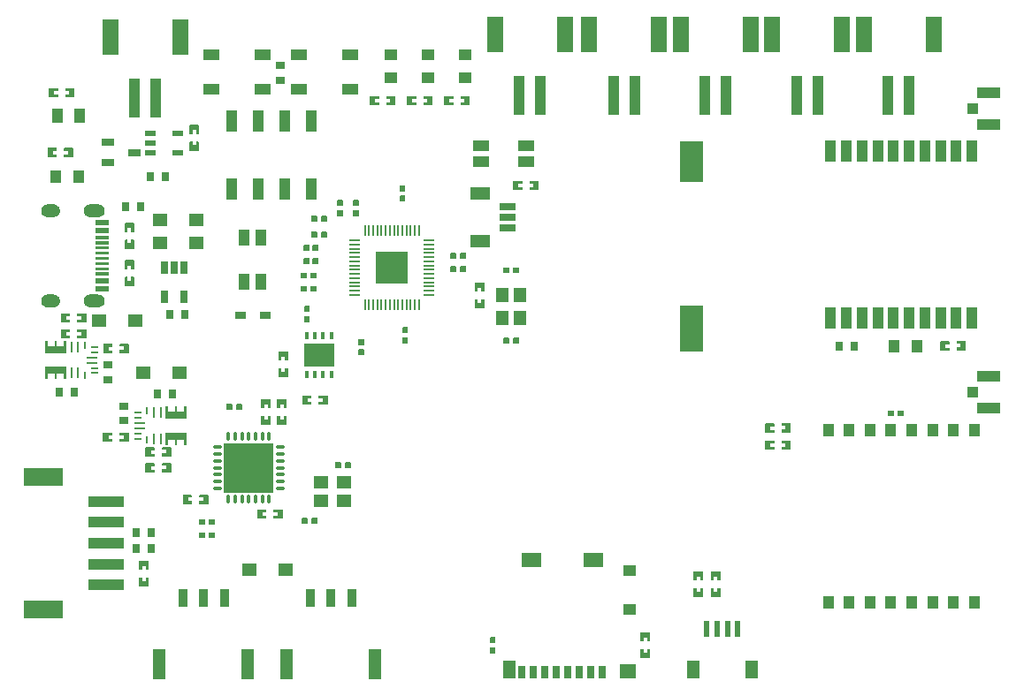
<source format=gtp>
G04 Layer: TopPasteMaskLayer*
G04 EasyEDA v6.5.44, 2024-09-11 13:33:57*
G04 d97fa038366940f8a7afa66022820b17,998d2601f2934e99b29d4200b4e4a5d6,10*
G04 Gerber Generator version 0.2*
G04 Scale: 100 percent, Rotated: No, Reflected: No *
G04 Dimensions in inches *
G04 leading zeros omitted , absolute positions ,3 integer and 6 decimal *
%FSLAX36Y36*%
%MOIN*%

%AMMACRO1*21,1,$1,$2,0,0,$3*%
%AMMACRO2*4,1,12,-0.0384,0.0217,-0.0384,-0.0217,0.0384,-0.0217,0.0384,0.0217,0.0285,0.0217,0.0285,0.002,0.0049,0.002,0.0049,0.0217,-0.0049,0.0217,-0.0049,0.002,-0.0285,0.002,-0.0285,0.0217,-0.0384,0.0217,0*%
%AMMACRO3*4,1,12,-0.0384,-0.0217,-0.0384,0.0217,0.0384,0.0217,0.0384,-0.0217,0.0285,-0.0217,0.0285,-0.002,0.0049,-0.002,0.0049,-0.0217,-0.0049,-0.0217,-0.0049,-0.002,-0.0285,-0.002,-0.0285,-0.0217,-0.0384,-0.0217,0*%
%AMMACRO4*4,1,12,0.0384,-0.0217,0.0384,0.0217,-0.0384,0.0217,-0.0384,-0.0217,-0.0285,-0.0217,-0.0285,-0.002,-0.0049,-0.002,-0.0049,-0.0217,0.0049,-0.0217,0.0049,-0.002,0.0285,-0.002,0.0285,-0.0217,0.0384,-0.0217,0*%
%AMMACRO5*4,1,12,0.0384,0.0217,0.0384,-0.0217,-0.0384,-0.0217,-0.0384,0.0217,-0.0285,0.0217,-0.0285,0.002,-0.0049,0.002,-0.0049,0.0217,0.0049,0.0217,0.0049,0.002,0.0285,0.002,0.0285,0.0217,0.0384,0.0217,0*%
%ADD10R,0.0354X0.0315*%
%ADD11R,0.0591X0.0394*%
%ADD12R,0.0394X0.0591*%
%ADD13R,0.0315X0.0354*%
%ADD14R,0.0551X0.0472*%
%ADD15R,0.1378X0.0394*%
%ADD16R,0.1457X0.0709*%
%ADD17MACRO1,0.0472X0.0551X90.0000*%
%ADD18MACRO1,0.0472X0.0551X-90.0000*%
%ADD19MACRO2*%
%ADD20MACRO3*%
%ADD21R,0.0276X0.0098*%
%ADD22R,0.0433X0.0098*%
%ADD23R,0.0098X0.0276*%
%ADD24R,0.0098X0.0433*%
%ADD25R,0.0098X0.0315*%
%ADD26MACRO1,0.0472X0.0709X90.0000*%
%ADD27MACRO1,0.0236X0.0591X90.0000*%
%ADD28R,0.0394X0.1496*%
%ADD29R,0.0591X0.1339*%
%ADD30R,0.0906X0.1575*%
%ADD31R,0.0906X0.1732*%
%ADD32R,0.0453X0.0276*%
%ADD33MACRO4*%
%ADD34MACRO5*%
%ADD35R,0.0236X0.0610*%
%ADD36R,0.0472X0.0709*%
%ADD37R,0.0354X0.0669*%
%ADD38R,0.0512X0.1181*%
%ADD39R,0.0433X0.0787*%
%ADD40R,0.0157X0.0315*%
%ADD41R,0.1181X0.0906*%
%ADD42R,0.0079X0.0433*%
%ADD43R,0.0433X0.0079*%
%ADD44R,0.1220X0.1220*%
%ADD45R,0.0472X0.0551*%
%ADD46MACRO1,0.0472X0.0551X0.0000*%
%ADD47R,0.0394X0.0295*%
%ADD48O,0.014331X0.033346*%
%ADD49O,0.033346X0.014331*%
%ADD50MACRO1,0.185X0.185X-90.0000*%
%ADD51R,0.0394X0.0492*%
%ADD52R,0.0866X0.0433*%
%ADD53R,0.0413X0.0394*%
%ADD54R,0.0394X0.0787*%
%ADD55R,0.0433X0.0472*%
%ADD56R,0.0492X0.0394*%
%ADD57MACRO1,0.059X0.0393X0.0000*%
%ADD58MACRO1,0.0591X0.0393X0.0000*%
%ADD59R,0.0610X0.0532*%
%ADD60R,0.0461X0.0709*%
%ADD61R,0.0748X0.0532*%
%ADD62R,0.0472X0.0394*%
%ADD63R,0.0276X0.0472*%
%ADD64MACRO1,0.0245X0.0435X0.0000*%
%ADD65R,0.0394X0.0236*%
%ADD66MACRO1,0.0394X0.0551X0.0000*%
%ADD67R,0.0394X0.0551*%
%ADD68R,0.0139X0.0551*%

%LPD*%
G36*
X899260Y1059020D02*
G01*
X897280Y1057040D01*
X897280Y1025560D01*
X899260Y1023580D01*
X908220Y1023580D01*
X908220Y1038160D01*
X921220Y1038160D01*
X921220Y1023580D01*
X930740Y1023580D01*
X932720Y1025560D01*
X932720Y1057040D01*
X930740Y1059020D01*
G37*
G36*
X899260Y996020D02*
G01*
X897280Y994060D01*
X897280Y962960D01*
X899260Y960980D01*
X930740Y960980D01*
X932720Y962960D01*
X932720Y994060D01*
X930740Y996020D01*
X921220Y996020D01*
X921220Y981060D01*
X908220Y981060D01*
X908220Y996020D01*
G37*
G36*
X665560Y697720D02*
G01*
X663580Y695740D01*
X663580Y686780D01*
X678160Y686780D01*
X678160Y673780D01*
X663580Y673780D01*
X663580Y664260D01*
X665560Y662280D01*
X697039Y662280D01*
X699020Y664260D01*
X699020Y695740D01*
X697039Y697720D01*
G37*
G36*
X602960Y697720D02*
G01*
X600980Y695740D01*
X600980Y664260D01*
X602960Y662280D01*
X634060Y662280D01*
X636020Y664260D01*
X636020Y673780D01*
X621060Y673780D01*
X621060Y686780D01*
X636020Y686780D01*
X636020Y695740D01*
X634060Y697720D01*
G37*
G36*
X959260Y1059020D02*
G01*
X957280Y1057040D01*
X957280Y1025560D01*
X959260Y1023580D01*
X968220Y1023580D01*
X968220Y1038160D01*
X981220Y1038160D01*
X981220Y1023580D01*
X990740Y1023580D01*
X992720Y1025560D01*
X992720Y1057040D01*
X990740Y1059020D01*
G37*
G36*
X959260Y996020D02*
G01*
X957280Y994060D01*
X957280Y962960D01*
X959260Y960980D01*
X990740Y960980D01*
X992720Y962960D01*
X992720Y994060D01*
X990740Y996020D01*
X981220Y996020D01*
X981220Y981060D01*
X968220Y981060D01*
X968220Y996020D01*
G37*
G36*
X1052960Y1072720D02*
G01*
X1050980Y1070740D01*
X1050980Y1039260D01*
X1052960Y1037280D01*
X1084440Y1037280D01*
X1086420Y1039260D01*
X1086420Y1048220D01*
X1071860Y1048220D01*
X1071860Y1061220D01*
X1086420Y1061220D01*
X1086420Y1070740D01*
X1084440Y1072720D01*
G37*
G36*
X1115560Y1072720D02*
G01*
X1113580Y1070740D01*
X1113580Y1061780D01*
X1128140Y1061780D01*
X1128140Y1048780D01*
X1113580Y1048780D01*
X1113580Y1039260D01*
X1115560Y1037280D01*
X1147040Y1037280D01*
X1149020Y1039260D01*
X1149020Y1070740D01*
X1147040Y1072720D01*
G37*
G36*
X2797960Y967720D02*
G01*
X2795980Y965740D01*
X2795980Y934260D01*
X2797960Y932280D01*
X2829440Y932280D01*
X2831420Y934260D01*
X2831420Y943220D01*
X2816860Y943220D01*
X2816860Y956220D01*
X2831420Y956220D01*
X2831420Y965740D01*
X2829440Y967720D01*
G37*
G36*
X2860560Y967720D02*
G01*
X2858580Y965740D01*
X2858580Y956780D01*
X2873140Y956780D01*
X2873140Y943780D01*
X2858580Y943780D01*
X2858580Y934260D01*
X2860560Y932280D01*
X2892040Y932280D01*
X2894020Y934260D01*
X2894020Y965740D01*
X2892040Y967720D01*
G37*
G36*
X2797960Y902720D02*
G01*
X2795980Y900740D01*
X2795980Y869260D01*
X2797960Y867280D01*
X2829440Y867280D01*
X2831420Y869260D01*
X2831420Y878220D01*
X2816860Y878220D01*
X2816860Y891220D01*
X2831420Y891220D01*
X2831420Y900740D01*
X2829440Y902720D01*
G37*
G36*
X2860560Y902720D02*
G01*
X2858580Y900740D01*
X2858580Y891780D01*
X2873140Y891780D01*
X2873140Y878780D01*
X2858580Y878780D01*
X2858580Y869260D01*
X2860560Y867280D01*
X2892040Y867280D01*
X2894020Y869260D01*
X2894020Y900740D01*
X2892040Y902720D01*
G37*
G36*
X804840Y1040819D02*
G01*
X802080Y1038860D01*
X802080Y1021140D01*
X804840Y1019180D01*
X823740Y1019180D01*
X825699Y1021140D01*
X825699Y1038860D01*
X823740Y1040819D01*
G37*
G36*
X766260Y1040819D02*
G01*
X764300Y1038860D01*
X764300Y1021140D01*
X766260Y1019180D01*
X785160Y1019180D01*
X787920Y1021140D01*
X787920Y1038860D01*
X785160Y1040819D01*
G37*
G36*
X702860Y605960D02*
G01*
X700100Y604000D01*
X700100Y586280D01*
X702860Y584320D01*
X721740Y584320D01*
X723720Y586280D01*
X723720Y604000D01*
X721740Y605960D01*
G37*
G36*
X664260Y605960D02*
G01*
X662300Y604000D01*
X662300Y586280D01*
X664260Y584320D01*
X683160Y584320D01*
X685920Y586280D01*
X685920Y604000D01*
X683160Y605960D01*
G37*
G36*
X702860Y555960D02*
G01*
X700100Y554000D01*
X700100Y536280D01*
X702860Y534320D01*
X721740Y534320D01*
X723720Y536280D01*
X723720Y554000D01*
X721740Y555960D01*
G37*
G36*
X664260Y555960D02*
G01*
X662300Y554000D01*
X662300Y536280D01*
X664260Y534320D01*
X683160Y534320D01*
X685920Y536280D01*
X685920Y554000D01*
X683160Y555960D01*
G37*
G36*
X1176260Y820819D02*
G01*
X1174300Y818860D01*
X1174300Y801140D01*
X1176260Y799180D01*
X1195160Y799180D01*
X1197920Y801140D01*
X1197920Y818860D01*
X1195160Y820819D01*
G37*
G36*
X1214840Y820819D02*
G01*
X1212080Y818860D01*
X1212080Y801140D01*
X1214840Y799180D01*
X1233740Y799180D01*
X1235700Y801140D01*
X1235700Y818860D01*
X1233740Y820819D01*
G37*
G36*
X1051260Y610820D02*
G01*
X1049300Y608860D01*
X1049300Y591140D01*
X1051260Y589180D01*
X1070160Y589180D01*
X1072920Y591140D01*
X1072920Y608860D01*
X1070160Y610820D01*
G37*
G36*
X1089840Y610820D02*
G01*
X1087080Y608860D01*
X1087080Y591140D01*
X1089840Y589180D01*
X1108740Y589180D01*
X1110700Y591140D01*
X1110700Y608860D01*
X1108740Y610820D01*
G37*
G36*
X882960Y642720D02*
G01*
X880980Y640740D01*
X880980Y609260D01*
X882960Y607280D01*
X914440Y607280D01*
X916420Y609260D01*
X916420Y618220D01*
X901860Y618220D01*
X901860Y631220D01*
X916420Y631220D01*
X916420Y640740D01*
X914440Y642720D01*
G37*
G36*
X945560Y642720D02*
G01*
X943580Y640740D01*
X943580Y631780D01*
X958139Y631780D01*
X958139Y618780D01*
X943580Y618780D01*
X943580Y609260D01*
X945560Y607280D01*
X977039Y607280D01*
X979020Y609260D01*
X979020Y640740D01*
X977039Y642720D01*
G37*
G36*
X439260Y386420D02*
G01*
X437280Y384440D01*
X437280Y352960D01*
X439260Y350980D01*
X470740Y350980D01*
X472720Y352960D01*
X472720Y384440D01*
X470740Y386420D01*
X461780Y386420D01*
X461780Y371840D01*
X448780Y371840D01*
X448780Y386420D01*
G37*
G36*
X439260Y449020D02*
G01*
X437280Y447040D01*
X437280Y415560D01*
X439260Y413579D01*
X448220Y413579D01*
X448220Y428160D01*
X461220Y428160D01*
X461220Y413579D01*
X470740Y413579D01*
X472720Y415560D01*
X472720Y447040D01*
X470740Y449020D01*
G37*
G36*
X462660Y877720D02*
G01*
X460680Y875740D01*
X460680Y844260D01*
X462660Y842280D01*
X494140Y842280D01*
X496120Y844260D01*
X496120Y853220D01*
X481560Y853220D01*
X481560Y866220D01*
X496120Y866220D01*
X496120Y875740D01*
X494140Y877720D01*
G37*
G36*
X525260Y877720D02*
G01*
X523280Y875740D01*
X523280Y866780D01*
X537860Y866780D01*
X537860Y853780D01*
X523280Y853780D01*
X523280Y844260D01*
X525260Y842280D01*
X556760Y842280D01*
X558720Y844260D01*
X558720Y875740D01*
X556760Y877720D01*
G37*
G36*
X365260Y932720D02*
G01*
X363280Y930740D01*
X363280Y921780D01*
X377860Y921780D01*
X377860Y908780D01*
X363280Y908780D01*
X363280Y899260D01*
X365260Y897280D01*
X396760Y897280D01*
X398720Y899260D01*
X398720Y930740D01*
X396760Y932720D01*
G37*
G36*
X302660Y932720D02*
G01*
X300680Y930740D01*
X300680Y899260D01*
X302660Y897280D01*
X334140Y897280D01*
X336120Y899260D01*
X336120Y908220D01*
X321560Y908220D01*
X321560Y921220D01*
X336120Y921220D01*
X336120Y930740D01*
X334140Y932720D01*
G37*
G36*
X462660Y817720D02*
G01*
X460680Y815740D01*
X460680Y784260D01*
X462660Y782280D01*
X494140Y782280D01*
X496120Y784260D01*
X496120Y793220D01*
X481560Y793220D01*
X481560Y806220D01*
X496120Y806220D01*
X496120Y815740D01*
X494140Y817720D01*
G37*
G36*
X525260Y817720D02*
G01*
X523280Y815740D01*
X523280Y806780D01*
X537860Y806780D01*
X537860Y793780D01*
X523280Y793780D01*
X523280Y784260D01*
X525260Y782280D01*
X556760Y782280D01*
X558720Y784260D01*
X558720Y815740D01*
X556760Y817720D01*
G37*
G36*
X2594260Y346420D02*
G01*
X2592280Y344440D01*
X2592280Y312960D01*
X2594260Y310980D01*
X2625740Y310980D01*
X2627720Y312960D01*
X2627720Y344440D01*
X2625740Y346420D01*
X2616780Y346420D01*
X2616780Y331840D01*
X2603780Y331840D01*
X2603780Y346420D01*
G37*
G36*
X2594260Y409020D02*
G01*
X2592280Y407040D01*
X2592280Y375940D01*
X2594260Y373980D01*
X2603780Y373980D01*
X2603780Y388940D01*
X2616780Y388940D01*
X2616780Y373980D01*
X2625740Y373980D01*
X2627720Y375940D01*
X2627720Y407040D01*
X2625740Y409020D01*
G37*
G36*
X2529260Y346420D02*
G01*
X2527280Y344440D01*
X2527280Y312960D01*
X2529260Y310980D01*
X2560740Y310980D01*
X2562720Y312960D01*
X2562720Y344440D01*
X2560740Y346420D01*
X2551780Y346420D01*
X2551780Y331840D01*
X2538780Y331840D01*
X2538780Y346420D01*
G37*
G36*
X2529260Y409020D02*
G01*
X2527280Y407040D01*
X2527280Y375940D01*
X2529260Y373980D01*
X2538780Y373980D01*
X2538780Y388940D01*
X2551780Y388940D01*
X2551780Y373980D01*
X2560740Y373980D01*
X2562720Y375940D01*
X2562720Y407040D01*
X2560740Y409020D01*
G37*
G36*
X205560Y1322720D02*
G01*
X203580Y1320740D01*
X203580Y1311780D01*
X218160Y1311780D01*
X218160Y1298779D01*
X203580Y1298779D01*
X203580Y1289259D01*
X205560Y1287280D01*
X237040Y1287280D01*
X239020Y1289259D01*
X239020Y1320740D01*
X237040Y1322720D01*
G37*
G36*
X142960Y1322720D02*
G01*
X140980Y1320740D01*
X140980Y1289259D01*
X142960Y1287280D01*
X174440Y1287280D01*
X176420Y1289259D01*
X176420Y1298220D01*
X161840Y1298220D01*
X161840Y1311220D01*
X176420Y1311220D01*
X176420Y1320740D01*
X174440Y1322720D01*
G37*
G36*
X205560Y1382720D02*
G01*
X203580Y1380740D01*
X203580Y1371780D01*
X218160Y1371780D01*
X218160Y1358779D01*
X203580Y1358779D01*
X203580Y1349259D01*
X205560Y1347280D01*
X237040Y1347280D01*
X239020Y1349259D01*
X239020Y1380740D01*
X237040Y1382720D01*
G37*
G36*
X142960Y1382720D02*
G01*
X140980Y1380740D01*
X140980Y1349259D01*
X142960Y1347280D01*
X174440Y1347280D01*
X176420Y1349259D01*
X176420Y1358220D01*
X161840Y1358220D01*
X161840Y1371220D01*
X176420Y1371220D01*
X176420Y1380740D01*
X174440Y1382720D01*
G37*
G36*
X302960Y1267720D02*
G01*
X300980Y1265740D01*
X300980Y1234260D01*
X302960Y1232280D01*
X334440Y1232280D01*
X336420Y1234260D01*
X336420Y1243220D01*
X321840Y1243220D01*
X321840Y1256220D01*
X336420Y1256220D01*
X336420Y1265740D01*
X334440Y1267720D01*
G37*
G36*
X365560Y1267720D02*
G01*
X363579Y1265740D01*
X363579Y1256780D01*
X378160Y1256780D01*
X378160Y1243780D01*
X363579Y1243780D01*
X363579Y1234260D01*
X365560Y1232280D01*
X397040Y1232280D01*
X399020Y1234260D01*
X399020Y1265740D01*
X397040Y1267720D01*
G37*
G36*
X3457960Y1277720D02*
G01*
X3455980Y1275740D01*
X3455980Y1244260D01*
X3457960Y1242280D01*
X3489440Y1242280D01*
X3491420Y1244260D01*
X3491420Y1253220D01*
X3476860Y1253220D01*
X3476860Y1266220D01*
X3491420Y1266220D01*
X3491420Y1275740D01*
X3489440Y1277720D01*
G37*
G36*
X3520560Y1277720D02*
G01*
X3518580Y1275740D01*
X3518580Y1266780D01*
X3533140Y1266780D01*
X3533140Y1253780D01*
X3518580Y1253780D01*
X3518580Y1244260D01*
X3520560Y1242280D01*
X3552040Y1242280D01*
X3554020Y1244260D01*
X3554020Y1275740D01*
X3552040Y1277720D01*
G37*
G36*
X2329260Y179020D02*
G01*
X2327280Y177040D01*
X2327280Y145560D01*
X2329260Y143580D01*
X2338220Y143580D01*
X2338220Y158160D01*
X2351220Y158160D01*
X2351220Y143580D01*
X2360740Y143580D01*
X2362720Y145560D01*
X2362720Y177040D01*
X2360740Y179020D01*
G37*
G36*
X2329260Y116420D02*
G01*
X2327280Y114440D01*
X2327280Y82960D01*
X2329260Y80980D01*
X2360740Y80980D01*
X2362720Y82960D01*
X2362720Y114440D01*
X2360740Y116420D01*
X2351780Y116420D01*
X2351780Y101840D01*
X2338780Y101840D01*
X2338780Y116420D01*
G37*
G36*
X1910560Y1882720D02*
G01*
X1908580Y1880740D01*
X1908580Y1871780D01*
X1923140Y1871780D01*
X1923140Y1858779D01*
X1908580Y1858779D01*
X1908580Y1849259D01*
X1910560Y1847280D01*
X1942040Y1847280D01*
X1944019Y1849259D01*
X1944019Y1880740D01*
X1942040Y1882720D01*
G37*
G36*
X1847960Y1882720D02*
G01*
X1845980Y1880740D01*
X1845980Y1849259D01*
X1847960Y1847280D01*
X1879440Y1847280D01*
X1881420Y1849259D01*
X1881420Y1858220D01*
X1866860Y1858220D01*
X1866860Y1871220D01*
X1881420Y1871220D01*
X1881420Y1880740D01*
X1879440Y1882720D01*
G37*
G36*
X1704259Y1499019D02*
G01*
X1702280Y1497040D01*
X1702280Y1465560D01*
X1704259Y1463580D01*
X1713220Y1463580D01*
X1713220Y1478160D01*
X1726220Y1478160D01*
X1726220Y1463580D01*
X1735740Y1463580D01*
X1737720Y1465560D01*
X1737720Y1497040D01*
X1735740Y1499019D01*
G37*
G36*
X1704259Y1436420D02*
G01*
X1702280Y1434440D01*
X1702280Y1402960D01*
X1704259Y1400980D01*
X1735740Y1400980D01*
X1737720Y1402960D01*
X1737720Y1434440D01*
X1735740Y1436420D01*
X1726780Y1436420D01*
X1726780Y1421840D01*
X1713779Y1421840D01*
X1713779Y1436420D01*
G37*
G36*
X1046260Y1485820D02*
G01*
X1044300Y1483860D01*
X1044300Y1466140D01*
X1046260Y1464180D01*
X1065160Y1464180D01*
X1067920Y1466140D01*
X1067920Y1483860D01*
X1065160Y1485820D01*
G37*
G36*
X1084840Y1485820D02*
G01*
X1082080Y1483860D01*
X1082080Y1466140D01*
X1084840Y1464180D01*
X1103740Y1464180D01*
X1105700Y1466140D01*
X1105700Y1483860D01*
X1103740Y1485820D01*
G37*
G36*
X1649840Y1610820D02*
G01*
X1647080Y1608860D01*
X1647080Y1591140D01*
X1649840Y1589180D01*
X1668740Y1589180D01*
X1670700Y1591140D01*
X1670700Y1608860D01*
X1668740Y1610820D01*
G37*
G36*
X1611260Y1610820D02*
G01*
X1609300Y1608860D01*
X1609300Y1591140D01*
X1611260Y1589180D01*
X1630160Y1589180D01*
X1632920Y1591140D01*
X1632920Y1608860D01*
X1630160Y1610820D01*
G37*
G36*
X1086260Y1690820D02*
G01*
X1084300Y1688860D01*
X1084300Y1671140D01*
X1086260Y1669180D01*
X1105160Y1669180D01*
X1107920Y1671140D01*
X1107920Y1688860D01*
X1105160Y1690820D01*
G37*
G36*
X1124840Y1690820D02*
G01*
X1122080Y1688860D01*
X1122080Y1671140D01*
X1124840Y1669180D01*
X1143740Y1669180D01*
X1145700Y1671140D01*
X1145700Y1688860D01*
X1143740Y1690820D01*
G37*
G36*
X1046260Y1535820D02*
G01*
X1044300Y1533860D01*
X1044300Y1516140D01*
X1046260Y1514180D01*
X1065160Y1514180D01*
X1067920Y1516140D01*
X1067920Y1533860D01*
X1065160Y1535820D01*
G37*
G36*
X1084840Y1535820D02*
G01*
X1082080Y1533860D01*
X1082080Y1516140D01*
X1084840Y1514180D01*
X1103740Y1514180D01*
X1105700Y1516140D01*
X1105700Y1533860D01*
X1103740Y1535820D01*
G37*
G36*
X1086260Y1750820D02*
G01*
X1084300Y1748860D01*
X1084300Y1731140D01*
X1086260Y1729180D01*
X1105160Y1729180D01*
X1107920Y1731140D01*
X1107920Y1748860D01*
X1105160Y1750820D01*
G37*
G36*
X1124840Y1750820D02*
G01*
X1122080Y1748860D01*
X1122080Y1731140D01*
X1124840Y1729180D01*
X1143740Y1729180D01*
X1145700Y1731140D01*
X1145700Y1748860D01*
X1143740Y1750820D01*
G37*
G36*
X1266140Y1247920D02*
G01*
X1264180Y1245160D01*
X1264180Y1226260D01*
X1266140Y1224300D01*
X1283860Y1224300D01*
X1285820Y1226260D01*
X1285820Y1245160D01*
X1283860Y1247920D01*
G37*
G36*
X1266140Y1285700D02*
G01*
X1264180Y1283740D01*
X1264180Y1264840D01*
X1266140Y1262080D01*
X1283860Y1262080D01*
X1285820Y1264840D01*
X1285820Y1283740D01*
X1283860Y1285700D01*
G37*
G36*
X1431140Y1292920D02*
G01*
X1429180Y1290160D01*
X1429180Y1271260D01*
X1431140Y1269300D01*
X1448860Y1269300D01*
X1450820Y1271260D01*
X1450820Y1290160D01*
X1448860Y1292920D01*
G37*
G36*
X1431140Y1330700D02*
G01*
X1429180Y1328740D01*
X1429180Y1309840D01*
X1431140Y1307080D01*
X1448860Y1307080D01*
X1450820Y1309840D01*
X1450820Y1328740D01*
X1448860Y1330700D01*
G37*
G36*
X1649840Y1560820D02*
G01*
X1647080Y1558860D01*
X1647080Y1541140D01*
X1649840Y1539180D01*
X1668740Y1539180D01*
X1670700Y1541140D01*
X1670700Y1558860D01*
X1668740Y1560820D01*
G37*
G36*
X1611260Y1560820D02*
G01*
X1609300Y1558860D01*
X1609300Y1541140D01*
X1611260Y1539180D01*
X1630160Y1539180D01*
X1632920Y1541140D01*
X1632920Y1558860D01*
X1630160Y1560820D01*
G37*
G36*
X1421140Y1865700D02*
G01*
X1419180Y1863740D01*
X1419180Y1844840D01*
X1421140Y1842080D01*
X1438860Y1842080D01*
X1440820Y1844840D01*
X1440820Y1863740D01*
X1438860Y1865700D01*
G37*
G36*
X1421140Y1827920D02*
G01*
X1419180Y1825160D01*
X1419180Y1806260D01*
X1421140Y1804300D01*
X1438860Y1804300D01*
X1440820Y1806260D01*
X1440820Y1825160D01*
X1438860Y1827920D01*
G37*
G36*
X1246140Y1810700D02*
G01*
X1244180Y1808740D01*
X1244180Y1789840D01*
X1246140Y1787080D01*
X1263860Y1787080D01*
X1265820Y1789840D01*
X1265820Y1808740D01*
X1263860Y1810700D01*
G37*
G36*
X1246140Y1772920D02*
G01*
X1244180Y1770160D01*
X1244180Y1751260D01*
X1246140Y1749300D01*
X1263860Y1749300D01*
X1265820Y1751260D01*
X1265820Y1770160D01*
X1263860Y1772920D01*
G37*
G36*
X1186140Y1810700D02*
G01*
X1184180Y1808740D01*
X1184180Y1789840D01*
X1186140Y1787080D01*
X1203860Y1787080D01*
X1205820Y1789840D01*
X1205820Y1808740D01*
X1203860Y1810700D01*
G37*
G36*
X1186140Y1772920D02*
G01*
X1184180Y1770160D01*
X1184180Y1751260D01*
X1186140Y1749300D01*
X1203860Y1749300D01*
X1205820Y1751260D01*
X1205820Y1770160D01*
X1203860Y1772920D01*
G37*
G36*
X1058400Y1590640D02*
G01*
X1056820Y1589060D01*
X1056820Y1570940D01*
X1058400Y1569360D01*
X1078100Y1569360D01*
X1079680Y1570940D01*
X1079680Y1589060D01*
X1078100Y1590640D01*
G37*
G36*
X1091900Y1590640D02*
G01*
X1090320Y1589060D01*
X1090320Y1570940D01*
X1091900Y1569360D01*
X1111600Y1569360D01*
X1113180Y1570940D01*
X1113180Y1589060D01*
X1111600Y1590640D01*
G37*
G36*
X1058400Y1640640D02*
G01*
X1056820Y1639060D01*
X1056820Y1620940D01*
X1058400Y1619360D01*
X1078100Y1619360D01*
X1079680Y1620940D01*
X1079680Y1639060D01*
X1078100Y1640640D01*
G37*
G36*
X1091900Y1640640D02*
G01*
X1090320Y1639060D01*
X1090320Y1620940D01*
X1091900Y1619360D01*
X1111600Y1619360D01*
X1113180Y1620940D01*
X1113180Y1639060D01*
X1111600Y1640640D01*
G37*
G36*
X1849840Y1555820D02*
G01*
X1847080Y1553860D01*
X1847080Y1536140D01*
X1849840Y1534180D01*
X1868740Y1534180D01*
X1870700Y1536140D01*
X1870700Y1553860D01*
X1868740Y1555820D01*
G37*
G36*
X1811260Y1555820D02*
G01*
X1809300Y1553860D01*
X1809300Y1536140D01*
X1811260Y1534180D01*
X1830160Y1534180D01*
X1832920Y1536140D01*
X1832920Y1553860D01*
X1830160Y1555820D01*
G37*
G36*
X1811260Y1290820D02*
G01*
X1809300Y1288860D01*
X1809300Y1271140D01*
X1811260Y1269180D01*
X1830160Y1269180D01*
X1832920Y1271140D01*
X1832920Y1288860D01*
X1830160Y1290820D01*
G37*
G36*
X1849840Y1290820D02*
G01*
X1847080Y1288860D01*
X1847080Y1271140D01*
X1849840Y1269180D01*
X1868740Y1269180D01*
X1870700Y1271140D01*
X1870700Y1288860D01*
X1868740Y1290820D01*
G37*
G36*
X1061140Y1372920D02*
G01*
X1059180Y1370160D01*
X1059180Y1351260D01*
X1061140Y1349300D01*
X1078860Y1349300D01*
X1080820Y1351260D01*
X1080820Y1370160D01*
X1078860Y1372920D01*
G37*
G36*
X1061140Y1410700D02*
G01*
X1059180Y1408740D01*
X1059180Y1389840D01*
X1061140Y1387080D01*
X1078860Y1387080D01*
X1080820Y1389840D01*
X1080820Y1408740D01*
X1078860Y1410700D01*
G37*
G36*
X964260Y1239020D02*
G01*
X962280Y1237040D01*
X962280Y1205560D01*
X964260Y1203580D01*
X973220Y1203580D01*
X973220Y1218160D01*
X986220Y1218160D01*
X986220Y1203580D01*
X995740Y1203580D01*
X997720Y1205560D01*
X997720Y1237040D01*
X995740Y1239020D01*
G37*
G36*
X964260Y1176020D02*
G01*
X962280Y1174060D01*
X962280Y1142960D01*
X964260Y1140980D01*
X995740Y1140980D01*
X997720Y1142960D01*
X997720Y1174060D01*
X995740Y1176020D01*
X986220Y1176020D01*
X986220Y1161060D01*
X973220Y1161060D01*
X973220Y1176020D01*
G37*
G36*
X3299840Y1015819D02*
G01*
X3297080Y1013860D01*
X3297080Y996140D01*
X3299840Y994180D01*
X3318740Y994180D01*
X3320700Y996140D01*
X3320700Y1013860D01*
X3318740Y1015819D01*
G37*
G36*
X3261259Y1015819D02*
G01*
X3259300Y1013860D01*
X3259300Y996140D01*
X3261259Y994180D01*
X3280160Y994180D01*
X3282919Y996140D01*
X3282919Y1013860D01*
X3280160Y1015819D01*
G37*
G36*
X1761140Y160700D02*
G01*
X1759180Y158740D01*
X1759180Y139840D01*
X1761140Y137080D01*
X1778860Y137080D01*
X1780820Y139840D01*
X1780820Y158740D01*
X1778860Y160700D01*
G37*
G36*
X1761140Y122920D02*
G01*
X1759180Y120160D01*
X1759180Y101260D01*
X1761140Y99300D01*
X1778860Y99300D01*
X1780820Y101260D01*
X1780820Y120160D01*
X1778860Y122920D01*
G37*
G36*
X250960Y1793680D02*
G01*
X249579Y1793640D01*
X246860Y1793300D01*
X245520Y1793020D01*
X242900Y1792200D01*
X240400Y1791060D01*
X238060Y1789660D01*
X235900Y1787960D01*
X233960Y1786020D01*
X232260Y1783860D01*
X230840Y1781500D01*
X229720Y1779000D01*
X229259Y1777720D01*
X228600Y1775040D01*
X228280Y1772320D01*
X228240Y1769920D01*
X228400Y1767100D01*
X228920Y1764319D01*
X229760Y1761620D01*
X230920Y1759040D01*
X232380Y1756620D01*
X234120Y1754400D01*
X236119Y1752400D01*
X238359Y1750640D01*
X240780Y1749180D01*
X243359Y1748020D01*
X246060Y1747180D01*
X248840Y1746660D01*
X251660Y1746500D01*
X285540Y1746500D01*
X288260Y1746840D01*
X289600Y1747120D01*
X292220Y1747940D01*
X294720Y1749060D01*
X297060Y1750480D01*
X299220Y1752180D01*
X301160Y1754120D01*
X302860Y1756279D01*
X304280Y1758620D01*
X305400Y1761120D01*
X306220Y1763740D01*
X306700Y1766440D01*
X306840Y1767800D01*
X306880Y1770580D01*
X306700Y1773360D01*
X306500Y1774740D01*
X305820Y1777440D01*
X305380Y1778760D01*
X304240Y1781300D01*
X302780Y1783680D01*
X301080Y1785880D01*
X299100Y1787840D01*
X296900Y1789560D01*
X294520Y1791000D01*
X291980Y1792140D01*
X289320Y1792980D01*
X286580Y1793480D01*
X283800Y1793640D01*
G37*
G36*
X250960Y1453520D02*
G01*
X249579Y1453480D01*
X246860Y1453140D01*
X245520Y1452860D01*
X242900Y1452040D01*
X240400Y1450900D01*
X238060Y1449500D01*
X235900Y1447800D01*
X233960Y1445860D01*
X232260Y1443700D01*
X230840Y1441339D01*
X229720Y1438839D01*
X229259Y1437560D01*
X228600Y1434880D01*
X228280Y1432160D01*
X228240Y1429760D01*
X228400Y1426940D01*
X228920Y1424160D01*
X229760Y1421459D01*
X230920Y1418880D01*
X232380Y1416459D01*
X234120Y1414240D01*
X236119Y1412240D01*
X238359Y1410480D01*
X240780Y1409019D01*
X243359Y1407860D01*
X246060Y1407020D01*
X248840Y1406500D01*
X251660Y1406339D01*
X285540Y1406339D01*
X288260Y1406680D01*
X289600Y1406960D01*
X292220Y1407780D01*
X294720Y1408899D01*
X297060Y1410320D01*
X299220Y1412020D01*
X301160Y1413959D01*
X302860Y1416120D01*
X304280Y1418460D01*
X305400Y1420960D01*
X306220Y1423580D01*
X306700Y1426279D01*
X306840Y1427640D01*
X306880Y1430420D01*
X306700Y1433200D01*
X306500Y1434580D01*
X305820Y1437280D01*
X305380Y1438600D01*
X304240Y1441140D01*
X302780Y1443520D01*
X301080Y1445720D01*
X299100Y1447680D01*
X296900Y1449400D01*
X294520Y1450840D01*
X291980Y1451980D01*
X289320Y1452820D01*
X286580Y1453320D01*
X283800Y1453480D01*
G37*
G36*
X115140Y1793640D02*
G01*
X89540Y1793560D01*
X86780Y1793380D01*
X84080Y1792880D01*
X81480Y1792020D01*
X78980Y1790860D01*
X76660Y1789379D01*
X74540Y1787620D01*
X72660Y1785620D01*
X71040Y1783400D01*
X69720Y1780980D01*
X68700Y1778440D01*
X68020Y1775760D01*
X67680Y1773040D01*
X67640Y1769800D01*
X67800Y1767000D01*
X68320Y1764220D01*
X69160Y1761540D01*
X70300Y1758980D01*
X71760Y1756560D01*
X73500Y1754340D01*
X75500Y1752360D01*
X77700Y1750620D01*
X80120Y1749160D01*
X82680Y1748000D01*
X84019Y1747540D01*
X86740Y1746879D01*
X89540Y1746540D01*
X111120Y1746440D01*
X117060Y1746480D01*
X119760Y1746800D01*
X122420Y1747460D01*
X123720Y1747900D01*
X126199Y1749040D01*
X128539Y1750440D01*
X130700Y1752140D01*
X132640Y1754060D01*
X134320Y1756220D01*
X135740Y1758560D01*
X136860Y1761060D01*
X137680Y1763660D01*
X138160Y1766360D01*
X138320Y1769079D01*
X138280Y1771860D01*
X137940Y1774640D01*
X137280Y1777360D01*
X136280Y1779980D01*
X135680Y1781240D01*
X134220Y1783620D01*
X132500Y1785840D01*
X130520Y1787820D01*
X128320Y1789540D01*
X125920Y1790980D01*
X123360Y1792140D01*
X120680Y1792980D01*
X117940Y1793480D01*
G37*
G36*
X115140Y1453480D02*
G01*
X89540Y1453400D01*
X86780Y1453220D01*
X84080Y1452720D01*
X81480Y1451860D01*
X78980Y1450700D01*
X76660Y1449220D01*
X74540Y1447460D01*
X72660Y1445460D01*
X71040Y1443240D01*
X69720Y1440820D01*
X68700Y1438280D01*
X68020Y1435600D01*
X67680Y1432880D01*
X67640Y1429640D01*
X67800Y1426840D01*
X68320Y1424060D01*
X69160Y1421380D01*
X70300Y1418820D01*
X71760Y1416399D01*
X73500Y1414180D01*
X75500Y1412200D01*
X77700Y1410460D01*
X80120Y1409000D01*
X82680Y1407840D01*
X84019Y1407380D01*
X86740Y1406720D01*
X89540Y1406380D01*
X111120Y1406279D01*
X117060Y1406320D01*
X119760Y1406639D01*
X122420Y1407300D01*
X123720Y1407740D01*
X126199Y1408880D01*
X128539Y1410280D01*
X130700Y1411980D01*
X132640Y1413899D01*
X134320Y1416060D01*
X135740Y1418400D01*
X136860Y1420900D01*
X137680Y1423500D01*
X138160Y1426200D01*
X138320Y1428920D01*
X138280Y1431699D01*
X137940Y1434480D01*
X137280Y1437200D01*
X136280Y1439820D01*
X135680Y1441080D01*
X134220Y1443460D01*
X132500Y1445680D01*
X130520Y1447660D01*
X128320Y1449379D01*
X125920Y1450820D01*
X123360Y1451980D01*
X120680Y1452820D01*
X117940Y1453320D01*
G37*
G36*
X272240Y1537000D02*
G01*
X272240Y1525200D01*
X323380Y1525200D01*
X323380Y1537000D01*
G37*
G36*
X272240Y1556699D02*
G01*
X272240Y1544900D01*
X323380Y1544900D01*
X323380Y1556699D01*
G37*
G36*
X272240Y1576380D02*
G01*
X272240Y1564560D01*
X323380Y1564560D01*
X323380Y1576380D01*
G37*
G36*
X272240Y1596060D02*
G01*
X272240Y1584259D01*
X323380Y1584259D01*
X323380Y1596060D01*
G37*
G36*
X272240Y1615740D02*
G01*
X272240Y1603940D01*
X323380Y1603940D01*
X323380Y1615740D01*
G37*
G36*
X272240Y1635440D02*
G01*
X272240Y1623620D01*
X323380Y1623620D01*
X323380Y1635440D01*
G37*
G36*
X272240Y1655120D02*
G01*
X272240Y1643300D01*
X323380Y1643300D01*
X323380Y1655120D01*
G37*
G36*
X272240Y1674800D02*
G01*
X272240Y1663000D01*
X323380Y1663000D01*
X323380Y1674800D01*
G37*
G36*
X272200Y1515360D02*
G01*
X272200Y1495660D01*
X323380Y1495660D01*
X323380Y1515360D01*
G37*
G36*
X272200Y1483860D02*
G01*
X272200Y1464180D01*
X323380Y1464180D01*
X323380Y1483860D01*
G37*
G36*
X272200Y1735840D02*
G01*
X272200Y1716140D01*
X323380Y1716140D01*
X323380Y1735840D01*
G37*
G36*
X272200Y1704340D02*
G01*
X272200Y1684640D01*
X323380Y1684640D01*
X323380Y1704340D01*
G37*
G36*
X97960Y2232720D02*
G01*
X95980Y2230740D01*
X95980Y2199260D01*
X97960Y2197280D01*
X129440Y2197280D01*
X131420Y2199260D01*
X131420Y2208220D01*
X116840Y2208220D01*
X116840Y2221220D01*
X131420Y2221220D01*
X131420Y2230740D01*
X129440Y2232720D01*
G37*
G36*
X160940Y2232720D02*
G01*
X158980Y2230740D01*
X158980Y2221220D01*
X173939Y2221220D01*
X173939Y2208220D01*
X158980Y2208220D01*
X158980Y2199260D01*
X160940Y2197280D01*
X192040Y2197280D01*
X194020Y2199260D01*
X194020Y2230740D01*
X192040Y2232720D01*
G37*
G36*
X629260Y2031420D02*
G01*
X627280Y2029440D01*
X627280Y1997960D01*
X629260Y1995980D01*
X660740Y1995980D01*
X662720Y1997960D01*
X662720Y2029440D01*
X660740Y2031420D01*
X651780Y2031420D01*
X651780Y2016840D01*
X638780Y2016840D01*
X638780Y2031420D01*
G37*
G36*
X629260Y2094019D02*
G01*
X627280Y2092040D01*
X627280Y2060940D01*
X629260Y2058980D01*
X638780Y2058980D01*
X638780Y2073940D01*
X651780Y2073940D01*
X651780Y2058980D01*
X660740Y2058980D01*
X662720Y2060940D01*
X662720Y2092040D01*
X660740Y2094019D01*
G37*
G36*
X384260Y1661420D02*
G01*
X382280Y1659440D01*
X382280Y1627960D01*
X384260Y1625980D01*
X415740Y1625980D01*
X417720Y1627960D01*
X417720Y1659440D01*
X415740Y1661420D01*
X406780Y1661420D01*
X406780Y1646840D01*
X393780Y1646840D01*
X393780Y1661420D01*
G37*
G36*
X384260Y1724019D02*
G01*
X382280Y1722040D01*
X382280Y1690940D01*
X384260Y1688980D01*
X393780Y1688980D01*
X393780Y1703940D01*
X406780Y1703940D01*
X406780Y1688980D01*
X415740Y1688980D01*
X417720Y1690940D01*
X417720Y1722040D01*
X415740Y1724019D01*
G37*
G36*
X384260Y1584019D02*
G01*
X382280Y1582040D01*
X382280Y1550560D01*
X384260Y1548580D01*
X393220Y1548580D01*
X393220Y1563160D01*
X406220Y1563160D01*
X406220Y1548580D01*
X415740Y1548580D01*
X417720Y1550560D01*
X417720Y1582040D01*
X415740Y1584019D01*
G37*
G36*
X384260Y1521020D02*
G01*
X382280Y1519060D01*
X382280Y1487960D01*
X384260Y1485980D01*
X415740Y1485980D01*
X417720Y1487960D01*
X417720Y1519060D01*
X415740Y1521020D01*
X406220Y1521020D01*
X406220Y1506060D01*
X393220Y1506060D01*
X393220Y1521020D01*
G37*
G36*
X1650560Y2202720D02*
G01*
X1648580Y2200740D01*
X1648580Y2191780D01*
X1663140Y2191780D01*
X1663140Y2178780D01*
X1648580Y2178780D01*
X1648580Y2169260D01*
X1650560Y2167280D01*
X1682040Y2167280D01*
X1684019Y2169260D01*
X1684019Y2200740D01*
X1682040Y2202720D01*
G37*
G36*
X1587960Y2202720D02*
G01*
X1585980Y2200740D01*
X1585980Y2169260D01*
X1587960Y2167280D01*
X1619060Y2167280D01*
X1621020Y2169260D01*
X1621020Y2178780D01*
X1606060Y2178780D01*
X1606060Y2191780D01*
X1621020Y2191780D01*
X1621020Y2200740D01*
X1619060Y2202720D01*
G37*
G36*
X92960Y2007720D02*
G01*
X90980Y2005740D01*
X90980Y1974259D01*
X92960Y1972280D01*
X124440Y1972280D01*
X126420Y1974259D01*
X126420Y1983220D01*
X111840Y1983220D01*
X111840Y1996220D01*
X126420Y1996220D01*
X126420Y2005740D01*
X124440Y2007720D01*
G37*
G36*
X155940Y2007720D02*
G01*
X153980Y2005740D01*
X153980Y1996220D01*
X168939Y1996220D01*
X168939Y1983220D01*
X153980Y1983220D01*
X153980Y1974259D01*
X155940Y1972280D01*
X187040Y1972280D01*
X189020Y1974259D01*
X189020Y2005740D01*
X187040Y2007720D01*
G37*
G36*
X1510560Y2202720D02*
G01*
X1508580Y2200740D01*
X1508580Y2191780D01*
X1523140Y2191780D01*
X1523140Y2178780D01*
X1508580Y2178780D01*
X1508580Y2169260D01*
X1510560Y2167280D01*
X1542040Y2167280D01*
X1544019Y2169260D01*
X1544019Y2200740D01*
X1542040Y2202720D01*
G37*
G36*
X1447960Y2202720D02*
G01*
X1445980Y2200740D01*
X1445980Y2169260D01*
X1447960Y2167280D01*
X1479060Y2167280D01*
X1481020Y2169260D01*
X1481020Y2178780D01*
X1466060Y2178780D01*
X1466060Y2191780D01*
X1481020Y2191780D01*
X1481020Y2200740D01*
X1479060Y2202720D01*
G37*
G36*
X1370560Y2202720D02*
G01*
X1368580Y2200740D01*
X1368580Y2191780D01*
X1383140Y2191780D01*
X1383140Y2178780D01*
X1368580Y2178780D01*
X1368580Y2169260D01*
X1370560Y2167280D01*
X1402040Y2167280D01*
X1404019Y2169260D01*
X1404019Y2200740D01*
X1402040Y2202720D01*
G37*
G36*
X1307960Y2202720D02*
G01*
X1305980Y2200740D01*
X1305980Y2169260D01*
X1307960Y2167280D01*
X1339060Y2167280D01*
X1341020Y2169260D01*
X1341020Y2178780D01*
X1326060Y2178780D01*
X1326060Y2191780D01*
X1341020Y2191780D01*
X1341020Y2200740D01*
X1339060Y2202720D01*
G37*
D10*
G01*
X970000Y2262440D03*
G01*
X970000Y2317559D03*
D11*
G01*
X1725360Y2016500D03*
G01*
X1894639Y2016500D03*
G01*
X1725360Y1953499D03*
G01*
X1894639Y1953499D03*
D12*
G01*
X833500Y1500360D03*
G01*
X833500Y1669639D03*
G01*
X896499Y1500360D03*
G01*
X896499Y1669639D03*
D13*
G01*
X480630Y1900000D03*
G01*
X535749Y1900000D03*
G01*
X427440Y555000D03*
G01*
X482559Y555000D03*
G01*
X427440Y495000D03*
G01*
X482559Y495000D03*
D14*
G01*
X516689Y1650000D03*
G01*
X653310Y1650000D03*
G01*
X588310Y1160000D03*
G01*
X451689Y1160000D03*
G01*
X286689Y1355000D03*
G01*
X423310Y1355000D03*
D15*
G01*
X312620Y672480D03*
G01*
X312609Y593739D03*
G01*
X312609Y515000D03*
G01*
X312609Y436260D03*
D16*
G01*
X77379Y765000D03*
G01*
X77379Y265000D03*
D15*
G01*
X312609Y357519D03*
D17*
G01*
X1121693Y676540D03*
G01*
X1208306Y676540D03*
D14*
G01*
X1208310Y743470D03*
D18*
G01*
X1121693Y743469D03*
D13*
G01*
X562260Y1080000D03*
G01*
X507139Y1080000D03*
D19*
G01*
X577539Y1008229D03*
D20*
G01*
X577539Y909763D03*
D21*
G01*
X431869Y909800D03*
G01*
X431869Y929490D03*
D22*
G01*
X439740Y949169D03*
G01*
X439740Y968859D03*
D21*
G01*
X431869Y988539D03*
G01*
X431869Y1008229D03*
D23*
G01*
X467300Y1016100D03*
D24*
G01*
X492890Y1008229D03*
G01*
X518479Y1008229D03*
G01*
X518479Y909800D03*
G01*
X493330Y909800D03*
D25*
G01*
X467300Y903899D03*
D10*
G01*
X380000Y1032559D03*
G01*
X380000Y977440D03*
D26*
G01*
X1723821Y1654447D03*
G01*
X1723827Y1835554D03*
D27*
G01*
X1826185Y1784370D03*
G01*
X1826185Y1745000D03*
G01*
X1826185Y1705629D03*
D28*
G01*
X2994340Y2204800D03*
G01*
X2915600Y2204800D03*
D29*
G01*
X2823080Y2435120D03*
G01*
X3086859Y2435120D03*
D28*
G01*
X2649340Y2204800D03*
G01*
X2570600Y2204800D03*
D29*
G01*
X2478080Y2435120D03*
G01*
X2741859Y2435120D03*
D28*
G01*
X2304340Y2204800D03*
G01*
X2225600Y2204800D03*
D29*
G01*
X2133080Y2435120D03*
G01*
X2396859Y2435120D03*
D28*
G01*
X3339340Y2204800D03*
G01*
X3260600Y2204800D03*
D29*
G01*
X3168080Y2435120D03*
G01*
X3431859Y2435120D03*
D30*
G01*
X2520000Y1954960D03*
D31*
G01*
X2520000Y1325039D03*
D32*
G01*
X419200Y1990000D03*
G01*
X320799Y1952600D03*
G01*
X320799Y2027399D03*
D13*
G01*
X137440Y1085000D03*
G01*
X192559Y1085000D03*
D10*
G01*
X320000Y1132440D03*
G01*
X320000Y1187559D03*
D33*
G01*
X122162Y1156771D03*
D34*
G01*
X122162Y1255237D03*
D21*
G01*
X267829Y1255199D03*
G01*
X267829Y1235509D03*
D22*
G01*
X259960Y1215830D03*
G01*
X259960Y1196140D03*
D21*
G01*
X267829Y1176460D03*
G01*
X267829Y1156770D03*
D23*
G01*
X232399Y1148899D03*
D24*
G01*
X206810Y1156770D03*
G01*
X181219Y1156770D03*
G01*
X181219Y1255199D03*
G01*
X206379Y1255199D03*
D25*
G01*
X232399Y1261100D03*
D35*
G01*
X2615320Y191300D03*
G01*
X2575950Y191300D03*
G01*
X2694070Y191280D03*
G01*
X2654700Y191280D03*
D36*
G01*
X2524759Y38719D03*
G01*
X2745240Y38699D03*
D37*
G01*
X758739Y309989D03*
G01*
X680000Y309989D03*
G01*
X601260Y309989D03*
D38*
G01*
X847330Y60000D03*
G01*
X512680Y60000D03*
D37*
G01*
X1238739Y309989D03*
G01*
X1160000Y309989D03*
G01*
X1081260Y309989D03*
D38*
G01*
X1327330Y60000D03*
G01*
X992680Y60000D03*
D39*
G01*
X785000Y1852049D03*
G01*
X885000Y1852049D03*
G01*
X885000Y2107950D03*
G01*
X785000Y2107950D03*
G01*
X985000Y1852049D03*
G01*
X1085000Y1852049D03*
G01*
X985000Y2107950D03*
G01*
X1085000Y2107950D03*
D40*
G01*
X1067759Y1150199D03*
G01*
X1099250Y1150199D03*
G01*
X1130749Y1150199D03*
G01*
X1162240Y1150199D03*
G01*
X1162240Y1299800D03*
G01*
X1130749Y1299800D03*
G01*
X1099250Y1299800D03*
G01*
X1067759Y1299800D03*
D41*
G01*
X1115000Y1225000D03*
D42*
G01*
X1287640Y1415230D03*
G01*
X1303389Y1415230D03*
G01*
X1319139Y1415230D03*
G01*
X1334880Y1415230D03*
G01*
X1350630Y1415230D03*
G01*
X1366379Y1415230D03*
G01*
X1382120Y1415230D03*
G01*
X1397879Y1415230D03*
G01*
X1413620Y1415230D03*
G01*
X1429369Y1415230D03*
G01*
X1445119Y1415230D03*
G01*
X1460860Y1415230D03*
G01*
X1476620Y1415230D03*
G01*
X1492370Y1415230D03*
D43*
G01*
X1529759Y1452640D03*
G01*
X1529759Y1468380D03*
G01*
X1529759Y1484130D03*
G01*
X1529759Y1499879D03*
G01*
X1529759Y1515630D03*
G01*
X1529759Y1531379D03*
G01*
X1529759Y1547120D03*
G01*
X1529759Y1562869D03*
G01*
X1529759Y1578620D03*
G01*
X1529759Y1594369D03*
G01*
X1529759Y1610120D03*
G01*
X1529759Y1625859D03*
G01*
X1529759Y1641610D03*
G01*
X1529759Y1657359D03*
D42*
G01*
X1492370Y1694769D03*
G01*
X1476620Y1694769D03*
G01*
X1460860Y1694769D03*
G01*
X1445119Y1694769D03*
G01*
X1429369Y1694769D03*
G01*
X1413620Y1694769D03*
G01*
X1397879Y1694769D03*
G01*
X1382120Y1694769D03*
G01*
X1366379Y1694769D03*
G01*
X1350630Y1694769D03*
G01*
X1334880Y1694769D03*
G01*
X1319139Y1694769D03*
G01*
X1303389Y1694769D03*
G01*
X1287640Y1694769D03*
D43*
G01*
X1250240Y1657359D03*
G01*
X1250240Y1641610D03*
G01*
X1250240Y1625859D03*
G01*
X1250240Y1610120D03*
G01*
X1250240Y1594369D03*
G01*
X1250240Y1578620D03*
G01*
X1250240Y1562869D03*
G01*
X1250240Y1547120D03*
G01*
X1250240Y1531379D03*
G01*
X1250240Y1515630D03*
G01*
X1250240Y1499879D03*
G01*
X1250240Y1484130D03*
G01*
X1250240Y1468380D03*
G01*
X1250240Y1452640D03*
D44*
G01*
X1390000Y1555000D03*
D45*
G01*
X1806540Y1453310D03*
D46*
G01*
X1806540Y1366693D03*
G01*
X1873470Y1366693D03*
G01*
X1873470Y1453306D03*
D47*
G01*
X911159Y1375000D03*
G01*
X818840Y1375000D03*
D28*
G01*
X1949369Y2204839D03*
G01*
X1870630Y2204839D03*
D29*
G01*
X1778109Y2435160D03*
G01*
X2041890Y2435160D03*
D48*
G01*
X926769Y918049D03*
G01*
X901180Y918049D03*
G01*
X875590Y918049D03*
G01*
X850000Y918049D03*
G01*
X824409Y918049D03*
G01*
X798819Y918049D03*
G01*
X773230Y918049D03*
D49*
G01*
X731950Y876770D03*
G01*
X731950Y851179D03*
G01*
X731950Y825590D03*
G01*
X731950Y800000D03*
G01*
X731950Y774409D03*
G01*
X731950Y748820D03*
G01*
X731950Y723229D03*
D48*
G01*
X773230Y681950D03*
G01*
X798819Y681950D03*
G01*
X824409Y681950D03*
G01*
X850000Y681950D03*
G01*
X875590Y681950D03*
G01*
X901180Y681950D03*
G01*
X926769Y681950D03*
D49*
G01*
X968050Y723229D03*
G01*
X968050Y748820D03*
G01*
X968050Y774409D03*
G01*
X968050Y800000D03*
G01*
X968050Y825590D03*
G01*
X968050Y851179D03*
G01*
X968050Y876770D03*
D50*
G01*
X850000Y800000D03*
D13*
G01*
X3132560Y1260000D03*
G01*
X3077439Y1260000D03*
D51*
G01*
X3281689Y1260000D03*
G01*
X3368310Y1260000D03*
D52*
G01*
X3639520Y2214059D03*
D53*
G01*
X3580469Y2155000D03*
D52*
G01*
X3639520Y2095940D03*
G01*
X3639520Y1144059D03*
D53*
G01*
X3580469Y1085000D03*
D52*
G01*
X3639520Y1025940D03*
D54*
G01*
X3044210Y1365000D03*
G01*
X3103270Y1365000D03*
G01*
X3162319Y1365000D03*
G01*
X3221379Y1365000D03*
G01*
X3280429Y1365000D03*
G01*
X3339489Y1365000D03*
G01*
X3398540Y1365000D03*
G01*
X3457600Y1365000D03*
G01*
X3516649Y1365000D03*
G01*
X3457600Y1994920D03*
G01*
X3339489Y1994920D03*
G01*
X3221379Y1994920D03*
G01*
X3044210Y1994920D03*
G01*
X3103270Y1994920D03*
G01*
X3398540Y1994920D03*
G01*
X3516649Y1994920D03*
G01*
X3575709Y1994920D03*
G01*
X3575709Y1365000D03*
G01*
X3280429Y1994920D03*
G01*
X3162319Y1994920D03*
D55*
G01*
X3585630Y941729D03*
G01*
X3506890Y941729D03*
G01*
X3428149Y941729D03*
G01*
X3349409Y941729D03*
G01*
X3270670Y941729D03*
G01*
X3191930Y941729D03*
G01*
X3113190Y941729D03*
G01*
X3034449Y941729D03*
G01*
X3585630Y292130D03*
G01*
X3506890Y292130D03*
G01*
X3428149Y292130D03*
G01*
X3349409Y292130D03*
G01*
X3270670Y292130D03*
G01*
X3191930Y292130D03*
G01*
X3113190Y292130D03*
G01*
X3034449Y292130D03*
D14*
G01*
X988310Y415000D03*
G01*
X851689Y415000D03*
D56*
G01*
X1385000Y2358310D03*
G01*
X1385000Y2271689D03*
D57*
G01*
X708545Y2359959D03*
G01*
X708545Y2230037D03*
D58*
G01*
X901458Y2230037D03*
G01*
X901458Y2359959D03*
D51*
G01*
X121689Y1900000D03*
G01*
X208310Y1900000D03*
D28*
G01*
X499369Y2194839D03*
G01*
X420630Y2194839D03*
D29*
G01*
X328110Y2425160D03*
G01*
X591889Y2425160D03*
D14*
G01*
X653310Y1735000D03*
G01*
X516689Y1735000D03*
D59*
G01*
X2280379Y30850D03*
D60*
G01*
X1832740Y37739D03*
D61*
G01*
X1914430Y450140D03*
G01*
X2149470Y450140D03*
D62*
G01*
X2287269Y411750D03*
G01*
X2287269Y266080D03*
D63*
G01*
X1880379Y29859D03*
G01*
X1923689Y29859D03*
G01*
X1966989Y29859D03*
G01*
X2010299Y29859D03*
G01*
X2053609Y29859D03*
G01*
X2096920Y29859D03*
G01*
X2140219Y29859D03*
G01*
X2183530Y29859D03*
D64*
G01*
X532499Y1554997D03*
G01*
X569499Y1554997D03*
G01*
X607497Y1554997D03*
G01*
X606498Y1444997D03*
G01*
X532499Y1444997D03*
D65*
G01*
X581190Y2062399D03*
G01*
X581190Y1987600D03*
G01*
X478820Y1987600D03*
G01*
X478820Y2025000D03*
G01*
X478820Y2062399D03*
D13*
G01*
X607559Y1380000D03*
G01*
X552440Y1380000D03*
G01*
X387440Y1785000D03*
G01*
X442559Y1785000D03*
D56*
G01*
X1665000Y2358310D03*
G01*
X1665000Y2271689D03*
G01*
X1525000Y2358310D03*
G01*
X1525000Y2271689D03*
D57*
G01*
X1038544Y2359959D03*
G01*
X1038544Y2230037D03*
D58*
G01*
X1231458Y2230037D03*
G01*
X1231458Y2359959D03*
D66*
G01*
X211349Y2130000D03*
D67*
G01*
X128649Y2130000D03*
M02*

</source>
